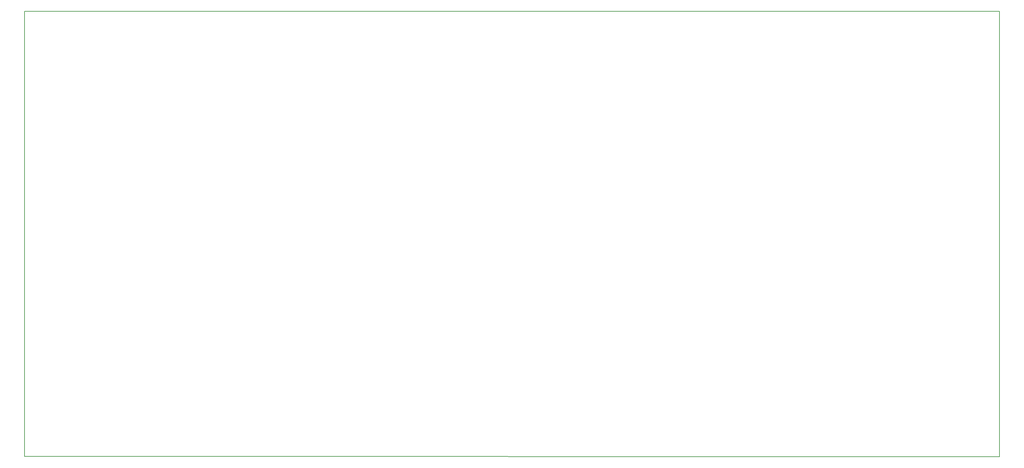
<source format=gbr>
G04 #@! TF.GenerationSoftware,KiCad,Pcbnew,(5.1.6-0-10_14)*
G04 #@! TF.CreationDate,2021-10-01T11:36:57+02:00*
G04 #@! TF.ProjectId,BioZ_front_end_V2_1,42696f5a-5f66-4726-9f6e-745f656e645f,rev?*
G04 #@! TF.SameCoordinates,Original*
G04 #@! TF.FileFunction,Profile,NP*
%FSLAX46Y46*%
G04 Gerber Fmt 4.6, Leading zero omitted, Abs format (unit mm)*
G04 Created by KiCad (PCBNEW (5.1.6-0-10_14)) date 2021-10-01 11:36:57*
%MOMM*%
%LPD*%
G01*
G04 APERTURE LIST*
G04 #@! TA.AperFunction,Profile*
%ADD10C,0.150000*%
G04 #@! TD*
G04 APERTURE END LIST*
D10*
X279750000Y-151800000D02*
X279750000Y-31750000D01*
X279750000Y-31750000D02*
X17250000Y-31750000D01*
X17250000Y-31750000D02*
X17250000Y-151750000D01*
X17250000Y-151750000D02*
X279750000Y-151800000D01*
M02*

</source>
